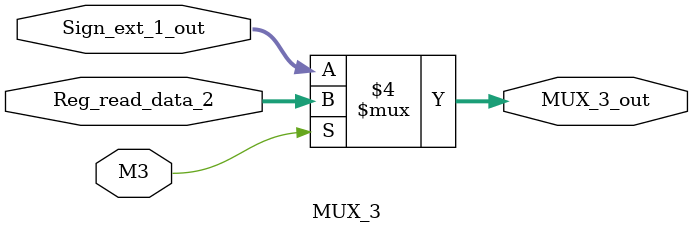
<source format=v>
`timescale 1ns / 1ps
module MUX_3 (
    M3,
    Sign_ext_1_out,
    Reg_read_data_2,
    MUX_3_out
    );

parameter N=16;

input [N-1:0] Sign_ext_1_out;
input [N-1:0] Reg_read_data_2;
input M3;
output reg [N-1:0] MUX_3_out;

always @ (*)
    
    begin 
    if (M3==0)
    MUX_3_out = Sign_ext_1_out;
    
    else 
    MUX_3_out= Reg_read_data_2;
    end

endmodule

</source>
